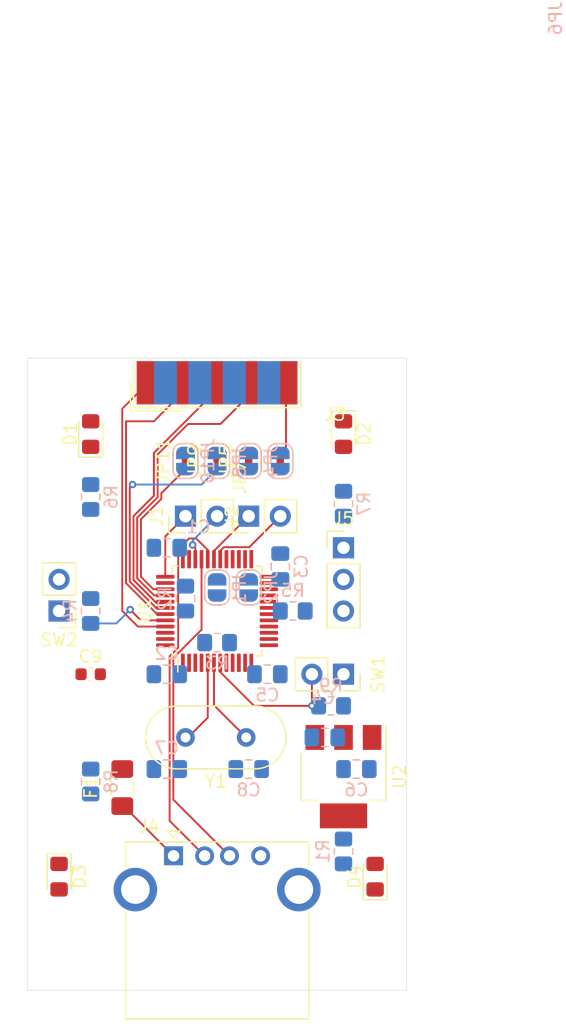
<source format=kicad_pcb>
(kicad_pcb (version 20221018) (generator pcbnew)
  (layers (0 "F.Cu" signal "Front") (1 "In1.Cu" signal) (2 "In2.Cu" signal) (31 "B.Cu" signal "Back") (34 "B.Paste" user) (35 "F.Paste" user) (36 "B.SilkS" user "B.Silkscreen") (37 "F.SilkS" user "F.Silkscreen") (38 "B.Mask" user) (39 "F.Mask" user) (44 "Edge.Cuts" user))
  (net 0 "")
  (net 1 "+3.3V")
  (net 2 "GND")
  (net 3 "+5V")
  (net 4 "/OSC_IN")
  (net 5 "/OSC_OUT")
  (net 6 "/NRST")
  (net 7 "/LED1")
  (net 8 "Net-(D1-A)")
  (net 9 "/LED2")
  (net 10 "Net-(D2-A)")
  (net 11 "/LED3")
  (net 12 "Net-(D3-A)")
  (net 13 "Net-(D4-A)")
  (net 14 "Net-(J4-VBUS)")
  (net 15 "/SWCLK")
  (net 16 "/SWDIO")
  (net 17 "/PA10")
  (net 18 "/PA9")
  (net 19 "/PIN1")
  (net 20 "/PIN2")
  (net 21 "/PIN3")
  (net 22 "/PIN4")
  (net 23 "/PIN5")
  (net 24 "/PIN6")
  (net 25 "/PIN7")
  (net 26 "/PIN8")
  (net 27 "/PIN9")
  (net 28 "/USB_DM")
  (net 29 "/USB_DP")
  (net 30 "/CONF1")
  (net 31 "/CONF2")
  (net 32 "/PIN8_5")
  (net 33 "/PIN7_9")
  (net 34 "/BOOT0")
  (net 35 "/BOOT1")
  (footprint "Jumper:SolderJumper-2_P1.3mm_Bridged_RoundedPad1.0x1.5mm" (layer "F.Cu") (at 144.78 69.23 90)
    (fp_text reference "JP7" (at -1.3 -3.28 90) (layer "F.SilkS"))
    (fp_text value "Jumper 5V MSX Bridged")
    (fp_poly (pts (xy 0.25 -0.3) (xy -0.25 -0.3) (xy -0.25 0.3) (xy 0.25 0.3)) (fill solid) (layer "F.Cu"))
    (pad "1" smd custom (at -0.65 0 90) (size 1 0.5) (layers "F.Cu" "F.Mask") (net 3 "+5V") (options (clearance outline) (anchor rect)) (primitives (gr_circle (center 0 0.25) (end 0.5 0.25) (width 0) (fill yes)) (gr_circle (center 0 -0.25) (end 0.5 -0.25) (width 0) (fill yes)) (gr_poly (pts (xy 0.5 0.75) (xy 0 0.75) (xy 0 -0.75) (xy 0.5 -0.75)) (width 0) (fill yes))))
    (pad "2" smd custom (at 0.65 0 90) (size 1 0.5) (layers "F.Cu" "F.Mask") (net 23 "/PIN5") (options (clearance outline) (anchor rect)) (primitives (gr_circle (center 0 0.25) (end 0.5 0.25) (width 0) (fill yes)) (gr_circle (center 0 -0.25) (end 0.5 -0.25) (width 0) (fill yes)) (gr_poly (pts (xy 0 0.75) (xy -0.5 0.75) (xy -0.5 -0.75) (xy 0 -0.75)) (width 0) (fill yes))))
  )
  (footprint "Connector_Dsub:DSUB-9_Female_EdgeMount_P2.77mm" (layer "F.Cu") (at 139.7 62.9425 180)
    (fp_text reference "J3" (at -9.463333 -2.54) (layer "F.SilkS"))
    (fp_text value "DE9_Plug")
    (pad "1" smd rect (at 5.54 0 180) (size 1.846667 3.48) (layers "F.Cu" "F.Paste" "F.Mask") (net 19 "/PIN1"))
    (pad "2" smd rect (at 2.77 0 180) (size 1.846667 3.48) (layers "F.Cu" "F.Paste" "F.Mask") (net 20 "/PIN2"))
    (pad "3" smd rect (at 0 0 180) (size 1.846667 3.48) (layers "F.Cu" "F.Paste" "F.Mask") (net 21 "/PIN3"))
    (pad "4" smd rect (at -2.77 0 180) (size 1.846667 3.48) (layers "F.Cu" "F.Paste" "F.Mask") (net 22 "/PIN4"))
    (pad "5" smd rect (at -5.54 0 180) (size 1.846667 3.48) (layers "F.Cu" "F.Paste" "F.Mask") (net 23 "/PIN5"))
    (pad "6" smd rect (at 4.155 0 180) (size 1.846667 3.48) (layers "B.Cu" "B.Paste" "B.Mask") (net 24 "/PIN6"))
    (pad "7" smd rect (at 1.385 0 180) (size 1.846667 3.48) (layers "B.Cu" "B.Paste" "B.Mask") (net 25 "/PIN7"))
    (pad "8" smd rect (at -1.385 0 180) (size 1.846667 3.48) (layers "B.Cu" "B.Paste" "B.Mask") (net 26 "/PIN8"))
    (pad "9" smd rect (at -4.155 0 180) (size 1.846667 3.48) (layers "B.Cu" "B.Paste" "B.Mask") (net 27 "/PIN9"))
  )
  (footprint "Connector_PinSocket_2.54mm:PinSocket_1x02_P2.54mm_Vertical" (layer "F.Cu") (at 149.86 86.36 -90)
    (fp_text reference "SW1" (at 0 -2.77 90) (layer "F.SilkS"))
    (fp_text value "SW_Push")
    (pad "1" thru_hole rect (at 0 0 270) (size 1.7 1.7) (drill 1) (layers "*.Cu" "*.Mask") (net 2 "GND"))
    (pad "2" thru_hole oval (at 0 2.54 270) (size 1.7 1.7) (drill 1) (layers "*.Cu" "*.Mask") (net 6 "/NRST"))
  )
  (footprint "Connector_PinHeader_2.54mm:PinHeader_1x02_P2.54mm_Vertical" (layer "F.Cu") (at 127 81.28 180)
    (fp_text reference "SW2" (at 0 -2.33) (layer "F.SilkS"))
    (fp_text value "BOOT0")
    (pad "1" thru_hole rect (at 0 0 180) (size 1.7 1.7) (drill 1) (layers "*.Cu" "*.Mask") (net 34 "/BOOT0"))
    (pad "2" thru_hole oval (at 0 2.54 180) (size 1.7 1.7) (drill 1) (layers "*.Cu" "*.Mask") (net 1 "+3.3V"))
  )
  (footprint "Connector_PinHeader_2.54mm:PinHeader_1x02_P2.54mm_Vertical" (layer "F.Cu") (at 142.24 73.66 90)
    (fp_text reference "J2" (at 0 -1.33 90) (layer "F.SilkS"))
    (fp_text value "USART1")
    (pad "1" thru_hole rect (at 0 0 90) (size 1.7 1.7) (drill 1) (layers "*.Cu" "*.Mask") (net 17 "/PA10"))
    (pad "2" thru_hole oval (at 0 2.54 90) (size 1.7 1.7) (drill 1) (layers "*.Cu" "*.Mask") (net 18 "/PA9"))
  )
  (footprint "Jumper:SolderJumper-2_P1.3mm_Bridged_RoundedPad1.0x1.5mm" (layer "F.Cu") (at 137.16 69.23 90)
    (fp_text reference "JP11" (at 0 -1.8 90) (layer "F.SilkS"))
    (fp_text value "Jumper_2_Bridged" hide)
    (fp_poly (pts (xy 0.25 -0.3) (xy -0.25 -0.3) (xy -0.25 0.3) (xy 0.25 0.3)) (fill solid) (layer "F.Cu"))
    (pad "1" smd custom (at -0.65 0 90) (size 1 0.5) (layers "F.Cu" "F.Mask") (net 33 "/PIN7_9") (options (clearance outline) (anchor rect)) (primitives (gr_circle (center 0 0.25) (end 0.5 0.25) (width 0) (fill yes)) (gr_circle (center 0 -0.25) (end 0.5 -0.25) (width 0) (fill yes)) (gr_poly (pts (xy 0.5 0.75) (xy 0 0.75) (xy 0 -0.75) (xy 0.5 -0.75)) (width 0) (fill yes))))
    (pad "2" smd custom (at 0.65 0 90) (size 1 0.5) (layers "F.Cu" "F.Mask") (net 25 "/PIN7") (options (clearance outline) (anchor rect)) (primitives (gr_circle (center 0 0.25) (end 0.5 0.25) (width 0) (fill yes)) (gr_circle (center 0 -0.25) (end 0.5 -0.25) (width 0) (fill yes)) (gr_poly (pts (xy 0 0.75) (xy -0.5 0.75) (xy -0.5 -0.75) (xy 0 -0.75)) (width 0) (fill yes))))
  )
  (footprint "Package_TO_SOT_SMD:SOT-223-3_TabPin2" (layer "F.Cu") (at 149.86 94.59 -90)
    (fp_text reference "U2" (at 0 -4.5 -270) (layer "F.SilkS"))
    (fp_text value "LM1117MP-3.3")
    (pad "1" smd rect (at -3.15 -2.3 270) (size 2 1.5) (layers "F.Cu" "F.Paste" "F.Mask") (net 2 "GND"))
    (pad "2" smd rect (at -3.15 0 270) (size 2 1.5) (layers "F.Cu" "F.Paste" "F.Mask") (net 1 "+3.3V"))
    (pad "2" smd rect (at 3.15 0 270) (size 2 3.8) (layers "F.Cu" "F.Paste" "F.Mask") (net 1 "+3.3V"))
    (pad "3" smd rect (at -3.15 2.3 270) (size 2 1.5) (layers "F.Cu" "F.Paste" "F.Mask") (net 3 "+5V"))
  )
  (footprint "Connector_PinHeader_2.54mm:PinHeader_1x02_P2.54mm_Vertical" (layer "F.Cu") (at 137.16 73.66 90)
    (fp_text reference "J1" (at 0 -2.33 90) (layer "F.SilkS"))
    (fp_text value "SW")
    (pad "1" thru_hole rect (at 0 0 90) (size 1.7 1.7) (drill 1) (layers "*.Cu" "*.Mask") (net 15 "/SWCLK"))
    (pad "2" thru_hole oval (at 0 2.54 90) (size 1.7 1.7) (drill 1) (layers "*.Cu" "*.Mask") (net 16 "/SWDIO"))
  )
  (footprint "Jumper:SolderJumper-2_P1.3mm_Bridged_RoundedPad1.0x1.5mm" (layer "F.Cu") (at 139.7 69.23 90)
    (fp_text reference "JP9" (at 0 -1.8 90) (layer "F.SilkS"))
    (fp_text value "Jumper_2_Bridged")
    (fp_poly (pts (xy 0.25 -0.3) (xy -0.25 -0.3) (xy -0.25 0.3) (xy 0.25 0.3)) (fill solid) (layer "F.Cu"))
    (pad "1" smd custom (at -0.65 0 90) (size 1 0.5) (layers "F.Cu" "F.Mask") (net 32 "/PIN8_5") (options (clearance outline) (anchor rect)) (primitives (gr_circle (center 0 0.25) (end 0.5 0.25) (width 0) (fill yes)) (gr_circle (center 0 -0.25) (end 0.5 -0.25) (width 0) (fill yes)) (gr_poly (pts (xy 0.5 0.75) (xy 0 0.75) (xy 0 -0.75) (xy 0.5 -0.75)) (width 0) (fill yes))))
    (pad "2" smd custom (at 0.65 0 90) (size 1 0.5) (layers "F.Cu" "F.Mask") (net 26 "/PIN8") (options (clearance outline) (anchor rect)) (primitives (gr_circle (center 0 0.25) (end 0.5 0.25) (width 0) (fill yes)) (gr_circle (center 0 -0.25) (end 0.5 -0.25) (width 0) (fill yes)) (gr_poly (pts (xy 0 0.75) (xy -0.5 0.75) (xy -0.5 -0.75) (xy 0 -0.75)) (width 0) (fill yes))))
  )
  (footprint "Fuse:Fuse_1206_3216Metric_Pad1.42x1.75mm_HandSolder" (layer "F.Cu") (at 132.08 95.4675 90)
    (fp_text reference "F1" (at 0 -2.54 90) (layer "F.SilkS"))
    (fp_text value "Fuse")
    (pad "1" smd roundrect (at -1.4875 0 90) (size 1.425 1.75) (layers "F.Cu" "F.Paste" "F.Mask") (roundrect_rratio 0.175439) (net 14 "Net-(J4-VBUS)"))
    (pad "2" smd roundrect (at 1.4875 0 90) (size 1.425 1.75) (layers "F.Cu" "F.Paste" "F.Mask") (roundrect_rratio 0.175439) (net 3 "+5V"))
  )
  (footprint "LED_SMD:LED_0805_2012Metric_Pad1.15x1.40mm_HandSolder" (layer "F.Cu") (at 152.4 102.625 90)
    (fp_text reference "D4" (at 0 -1.65 90) (layer "F.SilkS"))
    (fp_text value "LED")
    (pad "1" smd roundrect (at -1.025 0 90) (size 1.15 1.4) (layers "F.Cu" "F.Paste" "F.Mask") (roundrect_rratio 0.217391) (net 2 "GND"))
    (pad "2" smd roundrect (at 1.025 0 90) (size 1.15 1.4) (layers "F.Cu" "F.Paste" "F.Mask") (roundrect_rratio 0.217391) (net 13 "Net-(D4-A)"))
  )
  (footprint "LED_SMD:LED_0805_2012Metric_Pad1.15x1.40mm_HandSolder" (layer "F.Cu") (at 149.86 67.065 -90)
    (fp_text reference "D2" (at 0 -1.65 90) (layer "F.SilkS"))
    (fp_text value "LED")
    (pad "1" smd roundrect (at -1.025 0 270) (size 1.15 1.4) (layers "F.Cu" "F.Paste" "F.Mask") (roundrect_rratio 0.217391) (net 9 "/LED2"))
    (pad "2" smd roundrect (at 1.025 0 270) (size 1.15 1.4) (layers "F.Cu" "F.Paste" "F.Mask") (roundrect_rratio 0.217391) (net 10 "Net-(D2-A)"))
  )
  (footprint "CH32V203:CH32V203C8T6_LQFP-48_7x7mm_P0.5mm" (layer "F.Cu") (at 139.7 81.28 90)
    (fp_text reference "U1" (at 0 -5.85 90) (layer "F.SilkS"))
    (fp_text value "CH32V203C8T6-CH32V103C")
    (pad "1" smd roundrect (at -4.1625 -2.75 90) (size 1.475 0.3) (layers "F.Cu" "F.Paste" "F.Mask") (net 1 "+3.3V"))
    (pad "2" smd roundrect (at -4.1625 -2.25 90) (size 1.475 0.3) (layers "F.Cu" "F.Paste" "F.Mask"))
    (pad "3" smd roundrect (at -4.1625 -1.75 90) (size 1.475 0.3) (layers "F.Cu" "F.Paste" "F.Mask"))
    (pad "4" smd roundrect (at -4.1625 -1.25 90) (size 1.475 0.3) (layers "F.Cu" "F.Paste" "F.Mask"))
    (pad "5" smd roundrect (at -4.1625 -0.75 90) (size 1.475 0.3) (layers "F.Cu" "F.Paste" "F.Mask") (net 4 "/OSC_IN"))
    (pad "6" smd roundrect (at -4.1625 -0.25 90) (size 1.475 0.3) (layers "F.Cu" "F.Paste" "F.Mask") (net 5 "/OSC_OUT"))
    (pad "7" smd roundrect (at -4.1625 0.25 90) (size 1.475 0.3) (layers "F.Cu" "F.Paste" "F.Mask") (net 6 "/NRST"))
    (pad "8" smd roundrect (at -4.1625 0.75 90) (size 1.475 0.3) (layers "F.Cu" "F.Paste" "F.Mask") (net 2 "GND"))
    (pad "9" smd roundrect (at -4.1625 1.25 90) (size 1.475 0.3) (layers "F.Cu" "F.Paste" "F.Mask") (net 1 "+3.3V"))
    (pad "10" smd roundrect (at -4.1625 1.75 90) (size 1.475 0.3) (layers "F.Cu" "F.Paste" "F.Mask"))
    (pad "11" smd roundrect (at -4.1625 2.25 90) (size 1.475 0.3) (layers "F.Cu" "F.Paste" "F.Mask"))
    (pad "12" smd roundrect (at -4.1625 2.75 90) (size 1.475 0.3) (layers "F.Cu" "F.Paste" "F.Mask"))
    (pad "13" smd roundrect (at -2.75 4.1625 90) (size 0.3 1.475) (layers "F.Cu" "F.Paste" "F.Mask"))
    (pad "14" smd roundrect (at -2.25 4.1625 90) (size 0.3 1.475) (layers "F.Cu" "F.Paste" "F.Mask"))
    (pad "15" smd roundrect (at -1.75 4.1625 90) (size 0.3 1.475) (layers "F.Cu" "F.Paste" "F.Mask"))
    (pad "16" smd roundrect (at -1.25 4.1625 90) (size 0.3 1.475) (layers "F.Cu" "F.Paste" "F.Mask"))
    (pad "17" smd roundrect (at -0.75 4.1625 90) (size 0.3 1.475) (layers "F.Cu" "F.Paste" "F.Mask"))
    (pad "18" smd roundrect (at -0.25 4.1625 90) (size 0.3 1.475) (layers "F.Cu" "F.Paste" "F.Mask"))
    (pad "19" smd roundrect (at 0.25 4.1625 90) (size 0.3 1.475) (layers "F.Cu" "F.Paste" "F.Mask"))
    (pad "20" smd roundrect (at 0.75 4.1625 90) (size 0.3 1.475) (layers "F.Cu" "F.Paste" "F.Mask") (net 35 "/BOOT1"))
    (pad "21" smd roundrect (at 1.25 4.1625 90) (size 0.3 1.475) (layers "F.Cu" "F.Paste" "F.Mask"))
    (pad "22" smd roundrect (at 1.75 4.1625 90) (size 0.3 1.475) (layers "F.Cu" "F.Paste" "F.Mask"))
    (pad "23" smd roundrect (at 2.25 4.1625 90) (size 0.3 1.475) (layers "F.Cu" "F.Paste" "F.Mask") (net 2 "GND"))
    (pad "24" smd roundrect (at 2.75 4.1625 90) (size 0.3 1.475) (layers "F.Cu" "F.Paste" "F.Mask") (net 1 "+3.3V"))
    (pad "25" smd roundrect (at 4.1625 2.75 90) (size 1.475 0.3) (layers "F.Cu" "F.Paste" "F.Mask") (net 9 "/LED2"))
    (pad "26" smd roundrect (at 4.1625 2.25 90) (size 1.475 0.3) (layers "F.Cu" "F.Paste" "F.Mask") (net 7 "/LED1"))
    (pad "27" smd roundrect (at 4.1625 1.75 90) (size 1.475 0.3) (layers "F.Cu" "F.Paste" "F.Mask") (net 11 "/LED3"))
    (pad "28" smd roundrect (at 4.1625 1.25 90) (size 1.475 0.3) (layers "F.Cu" "F.Paste" "F.Mask") (net 30 "/CONF1"))
    (pad "29" smd roundrect (at 4.1625 0.75 90) (size 1.475 0.3) (layers "F.Cu" "F.Paste" "F.Mask") (net 31 "/CONF2"))
    (pad "30" smd roundrect (at 4.1625 0.25 90) (size 1.475 0.3) (layers "F.Cu" "F.Paste" "F.Mask") (net 18 "/PA9"))
    (pad "31" smd roundrect (at 4.1625 -0.25 90) (size 1.475 0.3) (layers "F.Cu" "F.Paste" "F.Mask") (net 17 "/PA10"))
    (pad "32" smd roundrect (at 4.1625 -0.75 90) (size 1.475 0.3) (layers "F.Cu" "F.Paste" "F.Mask") (net 28 "/USB_DM"))
    (pad "33" smd roundrect (at 4.1625 -1.25 90) (size 1.475 0.3) (layers "F.Cu" "F.Paste" "F.Mask") (net 29 "/USB_DP"))
    (pad "34" smd roundrect (at 4.1625 -1.75 90) (size 1.475 0.3) (layers "F.Cu" "F.Paste" "F.Mask") (net 16 "/SWDIO"))
    (pad "35" smd roundrect (at 4.1625 -2.25 90) (size 1.475 0.3) (layers "F.Cu" "F.Paste" "F.Mask") (net 2 "GND"))
    (pad "36" smd roundrect (at 4.1625 -2.75 90) (size 1.475 0.3) (layers "F.Cu" "F.Paste" "F.Mask") (net 1 "+3.3V"))
    (pad "37" smd roundrect (at 2.75 -4.1625 90) (size 0.3 1.475) (layers "F.Cu" "F.Paste" "F.Mask") (net 15 "/SWCLK"))
    (pad "38" smd roundrect (at 2.25 -4.1625 90) (size 0.3 1.475) (layers "F.Cu" "F.Paste" "F.Mask") (net 24 "/PIN6"))
    (pad "39" smd roundrect (at 1.75 -4.1625 90) (size 0.3 1.475) (layers "F.Cu" "F.Paste" "F.Mask") (net 33 "/PIN7_9"))
    (pad "40" smd roundrect (at 1.25 -4.1625 90) (size 0.3 1.475) (layers "F.Cu" "F.Paste" "F.Mask") (net 22 "/PIN4"))
    (pad "41" smd roundrect (at 0.75 -4.1625 90) (size 0.3 1.475) (layers "F.Cu" "F.Paste" "F.Mask") (net 21 "/PIN3"))
    (pad "42" smd roundrect (at 0.25 -4.1625 90) (size 0.3 1.475) (layers "F.Cu" "F.Paste" "F.Mask") (net 32 "/PIN8_5"))
    (pad "43" smd roundrect (at -0.25 -4.1625 90) (size 0.3 1.475) (layers "F.Cu" "F.Paste" "F.Mask") (net 20 "/PIN2"))
    (pad "44" smd roundrect (at -0.75 -4.1625 90) (size 0.3 1.475) (layers "F.Cu" "F.Paste" "F.Mask") (net 34 "/BOOT0"))
    (pad "45" smd roundrect (at -1.25 -4.1625 90) (size 0.3 1.475) (layers "F.Cu" "F.Paste" "F.Mask") (net 19 "/PIN1"))
    (pad "46" smd roundrect (at -1.75 -4.1625 90) (size 0.3 1.475) (layers "F.Cu" "F.Paste" "F.Mask"))
    (pad "47" smd roundrect (at -2.25 -4.1625 90) (size 0.3 1.475) (layers "F.Cu" "F.Paste" "F.Mask") (net 2 "GND"))
    (pad "48" smd roundrect (at -2.75 -4.1625 90) (size 0.3 1.475) (layers "F.Cu" "F.Paste" "F.Mask") (net 1 "+3.3V"))
  )
  (footprint "LED_SMD:LED_0805_2012Metric_Pad1.15x1.40mm_HandSolder" (layer "F.Cu") (at 127 102.625 -90)
    (fp_text reference "D3" (at 0 -1.65 90) (layer "F.SilkS"))
    (fp_text value "LED")
    (pad "1" smd roundrect (at -1.025 0 270) (size 1.15 1.4) (layers "F.Cu" "F.Paste" "F.Mask") (roundrect_rratio 0.217391) (net 11 "/LED3"))
    (pad "2" smd roundrect (at 1.025 0 270) (size 1.15 1.4) (layers "F.Cu" "F.Paste" "F.Mask") (roundrect_rratio 0.217391) (net 12 "Net-(D3-A)"))
  )
  (footprint "Connector_PinHeader_2.54mm:PinHeader_1x03_P2.54mm_Vertical" (layer "F.Cu") (at 149.86 76.2)
    (fp_text reference "J5" (at 0 -2.33) (layer "F.SilkS"))
    (fp_text value "Conn_01x03")
    (pad "1" thru_hole rect (at 0 0) (size 1.7 1.7) (drill 1) (layers "*.Cu" "*.Mask") (net 3 "+5V"))
    (pad "2" thru_hole oval (at 0 2.54) (size 1.7 1.7) (drill 1) (layers "*.Cu" "*.Mask") (net 1 "+3.3V"))
    (pad "3" thru_hole oval (at 0 5.08) (size 1.7 1.7) (drill 1) (layers "*.Cu" "*.Mask") (net 2 "GND"))
  )
  (footprint "Crystal:Crystal_HC49-U_Vertical" (layer "F.Cu") (at 142.04 91.44 180)
    (fp_text reference "Y1" (at 2.44 -3.525) (layer "F.SilkS"))
    (fp_text value "Crystal")
    (pad "1" thru_hole circle (at 0 0 180) (size 1.5 1.5) (drill 0.8) (layers "*.Cu" "*.Mask") (net 5 "/OSC_OUT"))
    (pad "2" thru_hole circle (at 4.88 0 180) (size 1.5 1.5) (drill 0.8) (layers "*.Cu" "*.Mask") (net 4 "/OSC_IN"))
  )
  (footprint "Capacitor_SMD:C_0603_1608Metric" (layer "F.Cu") (at 129.54 86.36)
    (fp_text reference "C9" (at 0 -1.43) (layer "F.SilkS"))
    (fp_text value "0.1μF")
    (pad "1" smd roundrect (at -0.775 0) (size 0.9 0.95) (layers "F.Cu" "F.Paste" "F.Mask") (net 6 "/NRST"))
    (pad "2" smd roundrect (at 0.775 0) (size 0.9 0.95) (layers "F.Cu" "F.Paste" "F.Mask") (net 2 "GND"))
  )
  (footprint "LED_SMD:LED_0805_2012Metric_Pad1.15x1.40mm_HandSolder" (layer "F.Cu") (at 129.54 67.065 90)
    (fp_text reference "D1" (at 0 -1.65 90) (layer "F.SilkS"))
    (fp_text value "LED")
    (pad "1" smd roundrect (at -1.025 0 90) (size 1.15 1.4) (layers "F.Cu" "F.Paste" "F.Mask") (roundrect_rratio 0.217391) (net 7 "/LED1"))
    (pad "2" smd roundrect (at 1.025 0 90) (size 1.15 1.4) (layers "F.Cu" "F.Paste" "F.Mask") (roundrect_rratio 0.217391) (net 8 "Net-(D1-A)"))
  )
  (footprint "Jumper:SolderJumper-2_P1.3mm_Bridged_RoundedPad1.0x1.5mm" (layer "F.Cu") (at 142.24 69.23 90)
    (fp_text reference "JP5" (at 0 -1.8 90) (layer "F.SilkS"))
    (fp_text value "Jumper GND MSX Bridged" hide)
    (fp_poly (pts (xy 0.25 -0.3) (xy -0.25 -0.3) (xy -0.25 0.3) (xy 0.25 0.3)) (fill solid) (layer "F.Cu"))
    (pad "1" smd custom (at -0.65 0 90) (size 1 0.5) (layers "F.Cu" "F.Mask") (net 2 "GND") (options (clearance outline) (anchor rect)) (primitives (gr_circle (center 0 0.25) (end 0.5 0.25) (width 0) (fill yes)) (gr_circle (center 0 -0.25) (end 0.5 -0.25) (width 0) (fill yes)) (gr_poly (pts (xy 0.5 0.75) (xy 0 0.75) (xy 0 -0.75) (xy 0.5 -0.75)) (width 0) (fill yes))))
    (pad "2" smd custom (at 0.65 0 90) (size 1 0.5) (layers "F.Cu" "F.Mask") (net 27 "/PIN9") (options (clearance outline) (anchor rect)) (primitives (gr_circle (center 0 0.25) (end 0.5 0.25) (width 0) (fill yes)) (gr_circle (center 0 -0.25) (end 0.5 -0.25) (width 0) (fill yes)) (gr_poly (pts (xy 0 0.75) (xy -0.5 0.75) (xy -0.5 -0.75) (xy 0 -0.75)) (width 0) (fill yes))))
  )
  (footprint "Connector_USB:USB_A_CONNFLY_DS1095-WNR0" (layer "F.Cu") (at 136.2 100.9525)
    (fp_text reference "J4" (at -1.95 -2.35) (layer "F.SilkS"))
    (fp_text value "USB_1")
    (pad "1" thru_hole rect (at 0 0) (size 1.524 1.524) (drill 0.92) (layers "*.Cu" "*.Mask") (net 14 "Net-(J4-VBUS)"))
    (pad "2" thru_hole circle (at 2.5 0) (size 1.524 1.524) (drill 0.92) (layers "*.Cu" "*.Mask") (net 28 "/USB_DM"))
    (pad "3" thru_hole circle (at 4.5 0) (size 1.524 1.524) (drill 0.92) (layers "*.Cu" "*.Mask") (net 29 "/USB_DP"))
    (pad "4" thru_hole circle (at 7 0) (size 1.524 1.524) (drill 0.92) (layers "*.Cu" "*.Mask") (net 2 "GND"))
    (pad "5" thru_hole circle (at -3.07 2.71) (size 3.5 3.5) (drill 2.3) (layers "*.Cu" "*.Mask") (net 2 "GND"))
    (pad "5" thru_hole circle (at 10.07 2.71) (size 3.5 3.5) (drill 2.3) (layers "*.Cu" "*.Mask") (net 2 "GND"))
  )
  (footprint "Resistor_SMD:R_0805_2012Metric_Pad1.20x1.40mm_HandSolder" (layer "B.Cu") (at 148.86 88.9 180)
    (fp_text reference "R9" (at 0 1.65) (layer "B.SilkS") (effects (justify mirror)))
    (fp_text value "R")
    (pad "1" smd roundrect (at -1 0 180) (size 1.2 1.4) (layers "B.Cu" "B.Paste" "B.Mask") (roundrect_rratio 0.208333) (net 1 "+3.3V"))
    (pad "2" smd roundrect (at 1 0 180) (size 1.2 1.4) (layers "B.Cu" "B.Paste" "B.Mask") (roundrect_rratio 0.208333) (net 6 "/NRST"))
  )
  (footprint "Resistor_SMD:R_0805_2012Metric_Pad1.20x1.40mm_HandSolder" (layer "B.Cu") (at 139.7 83.82)
    (fp_text reference "R3" (at 0 1.65) (layer "B.SilkS") (effects (justify mirror)))
    (fp_text value "R")
    (pad "1" smd roundrect (at -1 0) (size 1.2 1.4) (layers "B.Cu" "B.Paste" "B.Mask") (roundrect_rratio 0.208333) (net 2 "GND"))
    (pad "2" smd roundrect (at 1 0) (size 1.2 1.4) (layers "B.Cu" "B.Paste" "B.Mask") (roundrect_rratio 0.208333) (net 31 "/CONF2"))
  )
  (footprint "Capacitor_SMD:C_0805_2012Metric_Pad1.18x1.45mm_HandSolder" (layer "B.Cu") (at 144.78 77.7025 90)
    (fp_text reference "C3" (at 0 1.68 90) (layer "B.SilkS") (effects (justify mirror)))
    (fp_text value "C")
    (pad "1" smd roundrect (at -1.0375 0 90) (size 1.175 1.45) (layers "B.Cu" "B.Paste" "B.Mask") (roundrect_rratio 0.212766) (net 1 "+3.3V"))
    (pad "2" smd roundrect (at 1.0375 0 90) (size 1.175 1.45) (layers "B.Cu" "B.Paste" "B.Mask") (roundrect_rratio 0.212766) (net 2 "GND"))
  )
  (footprint "Jumper:SolderJumper-2_P1.3mm_Open_RoundedPad1.0x1.5mm" (layer "B.Cu") (at 142.24 79.39 90)
    (fp_text reference "JP2" (at 0 1.8 90) (layer "B.SilkS") (effects (justify mirror)))
    (fp_text value "Jumper_2_Open")
    (pad "1" smd custom (at -0.65 0 90) (size 1 0.5) (layers "B.Cu" "B.Mask") (net 1 "+3.3V") (options (clearance outline) (anchor rect)) (primitives (gr_circle (center 0 -0.25) (end 0.5 -0.25) (width 0) (fill yes)) (gr_circle (center 0 0.25) (end 0.5 0.25) (width 0) (fill yes)) (gr_poly (pts (xy 0.5 -0.75) (xy 0 -0.75) (xy 0 0.75) (xy 0.5 0.75)) (width 0) (fill yes))))
    (pad "2" smd custom (at 0.65 0 90) (size 1 0.5) (layers "B.Cu" "B.Mask") (net 31 "/CONF2") (options (clearance outline) (anchor rect)) (primitives (gr_circle (center 0 -0.25) (end 0.5 -0.25) (width 0) (fill yes)) (gr_circle (center 0 0.25) (end 0.5 0.25) (width 0) (fill yes)) (gr_poly (pts (xy 0 -0.75) (xy -0.5 -0.75) (xy -0.5 0.75) (xy 0 0.75)) (width 0) (fill yes))))
  )
  (footprint "Capacitor_SMD:C_0805_2012Metric_Pad1.18x1.45mm_HandSolder" (layer "B.Cu") (at 142.24 93.98)
    (fp_text reference "C8" (at 0 1.68 -360) (layer "B.SilkS") (effects (justify mirror)))
    (fp_text value "22p")
    (pad "1" smd roundrect (at -1.0375 0) (size 1.175 1.45) (layers "B.Cu" "B.Paste" "B.Mask") (roundrect_rratio 0.212766) (net 5 "/OSC_OUT"))
    (pad "2" smd roundrect (at 1.0375 0) (size 1.175 1.45) (layers "B.Cu" "B.Paste" "B.Mask") (roundrect_rratio 0.212766) (net 2 "GND"))
  )
  (footprint "Jumper:SolderJumper-2_P1.3mm_Open_RoundedPad1.0x1.5mm" (layer "B.Cu") (at 139.7 69.23 90)
    (fp_text reference "JP8" (at 0 1.8 90) (layer "B.SilkS") (effects (justify mirror)))
    (fp_text value "Jumper_2_Open")
    (pad "1" smd custom (at -0.65 0 90) (size 1 0.5) (layers "B.Cu" "B.Mask") (net 32 "/PIN8_5") (options (clearance outline) (anchor rect)) (primitives (gr_circle (center 0 -0.25) (end 0.5 -0.25) (width 0) (fill yes)) (gr_circle (center 0 0.25) (end 0.5 0.25) (width 0) (fill yes)) (gr_poly (pts (xy 0.5 -0.75) (xy 0 -0.75) (xy 0 0.75) (xy 0.5 0.75)) (width 0) (fill yes))))
    (pad "2" smd custom (at 0.65 0 90) (size 1 0.5) (layers "B.Cu" "B.Mask") (net 23 "/PIN5") (options (clearance outline) (anchor rect)) (primitives (gr_circle (center 0 -0.25) (end 0.5 -0.25) (width 0) (fill yes)) (gr_circle (center 0 0.25) (end 0.5 0.25) (width 0) (fill yes)) (gr_poly (pts (xy 0 -0.75) (xy -0.5 -0.75) (xy -0.5 0.75) (xy 0 0.75)) (width 0) (fill yes))))
  )
  (footprint "Jumper:SolderJumper-2_P1.3mm_Open_RoundedPad1.0x1.5mm" (layer "B.Cu") (at 137.16 69.23 90)
    (fp_text reference "JP10" (at 0 1.8 -270) (layer "B.SilkS") (effects (justify mirror)))
    (fp_text value "Jumper_2_Open")
    (pad "1" smd custom (at -0.65 0 90) (size 1 0.5) (layers "B.Cu" "B.Mask") (net 33 "/PIN7_9") (options (clearance outline) (anchor rect)) (primitives (gr_circle (center 0 -0.25) (end 0.5 -0.25) (width 0) (fill yes)) (gr_circle (center 0 0.25) (end 0.5 0.25) (width 0) (fill yes)) (gr_poly (pts (xy 0.5 -0.75) (xy 0 -0.75) (xy 0 0.75) (xy 0.5 0.75)) (width 0) (fill yes))))
    (pad "2" smd custom (at 0.65 0 90) (size 1 0.5) (layers "B.Cu" "B.Mask") (net 27 "/PIN9") (options (clearance outline) (anchor rect)) (primitives (gr_circle (center 0 -0.25) (end 0.5 -0.25) (width 0) (fill yes)) (gr_circle (center 0 0.25) (end 0.5 0.25) (width 0) (fill yes)) (gr_poly (pts (xy 0 -0.75) (xy -0.5 -0.75) (xy -0.5 0.75) (xy 0 0.75)) (width 0) (fill yes))))
  )
  (footprint "Resistor_SMD:R_0805_2012Metric_Pad1.20x1.40mm_HandSolder" (layer "B.Cu") (at 149.86 72.66 90)
    (fp_text reference "R7" (at 0 1.65 90) (layer "B.SilkS") (effects (justify mirror)))
    (fp_text value "R")
    (pad "1" smd roundrect (at -1 0 90) (size 1.2 1.4) (layers "B.Cu" "B.Paste" "B.Mask") (roundrect_rratio 0.208333) (net 1 "+3.3V"))
    (pad "2" smd roundrect (at 1 0 90) (size 1.2 1.4) (layers "B.Cu" "B.Paste" "B.Mask") (roundrect_rratio 0.208333) (net 10 "Net-(D2-A)"))
  )
  (footprint "Resistor_SMD:R_0805_2012Metric_Pad1.20x1.40mm_HandSolder" (layer "B.Cu") (at 129.54 81.28 -90)
    (fp_text reference "R4" (at 0 1.65 -270) (layer "B.SilkS") (effects (justify mirror)))
    (fp_text value "R")
    (pad "1" smd roundrect (at -1 0 270) (size 1.2 1.4) (layers "B.Cu" "B.Paste" "B.Mask") (roundrect_rratio 0.208333) (net 2 "GND"))
    (pad "2" smd roundrect (at 1 0 270) (size 1.2 1.4) (layers "B.Cu" "B.Paste" "B.Mask") (roundrect_rratio 0.208333) (net 34 "/BOOT0"))
  )
  (footprint "Capacitor_SMD:C_0805_2012Metric_Pad1.18x1.45mm_HandSolder" (layer "B.Cu") (at 150.8975 93.98)
    (fp_text reference "C6" (at 0 1.68) (layer "B.SilkS") (effects (justify mirror)))
    (fp_text value "C" hide)
    (pad "1" smd roundrect (at -1.0375 0) (size 1.175 1.45) (layers "B.Cu" "B.Paste" "B.Mask") (roundrect_rratio 0.212766) (net 1 "+3.3V"))
    (pad "2" smd roundrect (at 1.0375 0) (size 1.175 1.45) (layers "B.Cu" "B.Paste" "B.Mask") (roundrect_rratio 0.212766) (net 2 "GND"))
  )
  (footprint "Capacitor_SMD:C_0805_2012Metric_Pad1.18x1.45mm_HandSolder" (layer "B.Cu") (at 148.3575 91.44 180)
    (fp_text reference "C4" (at 0.15 3.19) (layer "B.SilkS") (effects (justify mirror)))
    (fp_text value "C")
    (pad "1" smd roundrect (at -1.0375 0 180) (size 1.175 1.45) (layers "B.Cu" "B.Paste" "B.Mask") (roundrect_rratio 0.212766) (net 3 "+5V"))
    (pad "2" smd roundrect (at 1.0375 0 180) (size 1.175 1.45) (layers "B.Cu" "B.Paste" "B.Mask") (roundrect_rratio 0.212766) (net 2 "GND"))
  )
  (footprint "Resistor_SMD:R_0805_2012Metric_Pad1.20x1.40mm_HandSolder" (layer "B.Cu") (at 129.54 94.98 90)
    (fp_text reference "R8" (at 0 1.65 90) (layer "B.SilkS") (effects (justify mirror)))
    (fp_text value "R")
    (pad "1" smd roundrect (at -1 0 90) (size 1.2 1.4) (layers "B.Cu" "B.Paste" "B.Mask") (roundrect_rratio 0.208333) (net 1 "+3.3V"))
    (pad "2" smd roundrect (at 1 0 90) (size 1.2 1.4) (layers "B.Cu" "B.Paste" "B.Mask") (roundrect_rratio 0.208333) (net 12 "Net-(D3-A)"))
  )
  (footprint "Resistor_SMD:R_0805_2012Metric_Pad1.20x1.40mm_HandSolder" (layer "B.Cu") (at 145.78 81.28 180)
    (fp_text reference "R5" (at 0 1.65) (layer "B.SilkS") (effects (justify mirror)))
    (fp_text value "R")
    (pad "1" smd roundrect (at -1 0 180) (size 1.2 1.4) (layers "B.Cu" "B.Paste" "B.Mask") (roundrect_rratio 0.208333) (net 35 "/BOOT1"))
    (pad "2" smd roundrect (at 1 0 180) (size 1.2 1.4) (layers "B.Cu" "B.Paste" "B.Mask") (roundrect_rratio 0.208333) (net 2 "GND"))
  )
  (footprint "Capacitor_SMD:C_0805_2012Metric_Pad1.18x1.45mm_HandSolder" (layer "B.Cu") (at 135.6575 93.98 180)
    (fp_text reference "C7" (at 0 1.68) (layer "B.SilkS") (effects (justify mirror)))
    (fp_text value "22p")
    (pad "1" smd roundrect (at -1.0375 0 180) (size 1.175 1.45) (layers "B.Cu" "B.Paste" "B.Mask") (roundrect_rratio 0.212766) (net 4 "/OSC_IN"))
    (pad "2" smd roundrect (at 1.0375 0 180) (size 1.175 1.45) (layers "B.Cu" "B.Paste" "B.Mask") (roundrect_rratio 0.212766) (net 2 "GND"))
  )
  (footprint "Jumper:SolderJumper-2_P1.3mm_Open_RoundedPad1.0x1.5mm" (layer "B.Cu") (at 144.78 69.23 90)
    (fp_text reference "JP6" (at 35.56 22.12 -270) (layer "B.SilkS") (effects (justify mirror)))
    (fp_text value "Jumper 5V Amiga Open")
    (pad "1" smd custom (at -0.65 0 90) (size 1 0.5) (layers "B.Cu" "B.Mask") (net 3 "+5V") (options (clearance outline) (anchor rect)) (primitives (gr_circle (center 0 -0.25) (end 0.5 -0.25) (width 0) (fill yes)) (gr_circle (center 0 0.25) (end 0.5 0.25) (width 0) (fill yes)) (gr_poly (pts (xy 0.5 -0.75) (xy 0 -0.75) (xy 0 0.75) (xy 0.5 0.75)) (width 0) (fill yes))))
    (pad "2" smd custom (at 0.65 0 90) (size 1 0.5) (layers "B.Cu" "B.Mask") (net 25 "/PIN7") (options (clearance outline) (anchor rect)) (primitives (gr_circle (center 0 -0.25) (end 0.5 -0.25) (width 0) (fill yes)) (gr_circle (center 0 0.25) (end 0.5 0.25) (width 0) (fill yes)) (gr_poly (pts (xy 0 -0.75) (xy -0.5 -0.75) (xy -0.5 0.75) (xy 0 0.75)) (width 0) (fill yes))))
  )
  (footprint "Capacitor_SMD:C_0805_2012Metric_Pad1.18x1.45mm_HandSolder" (layer "B.Cu") (at 135.6575 86.36 180)
    (fp_text reference "C2" (at 0 1.68) (layer "B.SilkS") (effects (justify mirror)))
    (fp_text value "C")
    (pad "1" smd roundrect (at -1.0375 0 180) (size 1.175 1.45) (layers "B.Cu" "B.Paste" "B.Mask") (roundrect_rratio 0.212766) (net 1 "+3.3V"))
    (pad "2" smd roundrect (at 1.0375 0 180) (size 1.175 1.45) (layers "B.Cu" "B.Paste" "B.Mask") (roundrect_rratio 0.212766) (net 2 "GND"))
  )
  (footprint "Jumper:SolderJumper-2_P1.3mm_Open_RoundedPad1.0x1.5mm" (layer "B.Cu") (at 139.7 79.39 90)
    (fp_text reference "JP1" (at 0 1.8 90) (layer "B.SilkS") (effects (justify mirror)))
    (fp_text value "Jumper_2_Open")
    (pad "1" smd custom (at -0.65 0 90) (size 1 0.5) (layers "B.Cu" "B.Mask") (net 1 "+3.3V") (options (clearance outline) (anchor rect)) (primitives (gr_circle (center 0 -0.25) (end 0.5 -0.25) (width 0) (fill yes)) (gr_circle (center 0 0.25) (end 0.5 0.25) (width 0) (fill yes)) (gr_poly (pts (xy 0.5 -0.75) (xy 0 -0.75) (xy 0 0.75) (xy 0.5 0.75)) (width 0) (fill yes))))
    (pad "2" smd custom (at 0.65 0 90) (size 1 0.5) (layers "B.Cu" "B.Mask") (net 30 "/CONF1") (options (clearance outline) (anchor rect)) (primitives (gr_circle (center 0 -0.25) (end 0.5 -0.25) (width 0) (fill yes)) (gr_circle (center 0 0.25) (end 0.5 0.25) (width 0) (fill yes)) (gr_poly (pts (xy 0 -0.75) (xy -0.5 -0.75) (xy -0.5 0.75) (xy 0 0.75)) (width 0) (fill yes))))
  )
  (footprint "Resistor_SMD:R_0805_2012Metric_Pad1.20x1.40mm_HandSolder" (layer "B.Cu") (at 149.86 100.6 -90)
    (fp_text reference "R1" (at 0 1.65 90) (layer "B.SilkS") (effects (justify mirror)))
    (fp_text value "R")
    (pad "1" smd roundrect (at -1 0 270) (size 1.2 1.4) (layers "B.Cu" "B.Paste" "B.Mask") (roundrect_rratio 0.208333) (net 1 "+3.3V"))
    (pad "2" smd roundrect (at 1 0 270) (size 1.2 1.4) (layers "B.Cu" "B.Paste" "B.Mask") (roundrect_rratio 0.208333) (net 13 "Net-(D4-A)"))
  )
  (footprint "Resistor_SMD:R_0805_2012Metric_Pad1.20x1.40mm_HandSolder" (layer "B.Cu") (at 137.16 80.28 -90)
    (fp_text reference "R2" (at 0 1.65 90) (layer "B.SilkS") (effects (justify mirror)))
    (fp_text value "R")
    (pad "1" smd roundrect (at -1 0 270) (size 1.2 1.4) (layers "B.Cu" "B.Paste" "B.Mask") (roundrect_rratio 0.208333) (net 2 "GND"))
    (pad "2" smd roundrect (at 1 0 270) (size 1.2 1.4) (layers "B.Cu" "B.Paste" "B.Mask") (roundrect_rratio 0.208333) (net 30 "/CONF1"))
  )
  (footprint "Capacitor_SMD:C_0805_2012Metric_Pad1.18x1.45mm_HandSolder" (layer "B.Cu") (at 143.7425 86.36)
    (fp_text reference "C5" (at 0 1.68) (layer "B.SilkS") (effects (justify mirror)))
    (fp_text value "C")
    (pad "1" smd roundrect (at -1.0375 0) (size 1.175 1.45) (layers "B.Cu" "B.Paste" "B.Mask") (roundrect_rratio 0.212766) (net 1 "+3.3V"))
    (pad "2" smd roundrect (at 1.0375 0) (size 1.175 1.45) (layers "B.Cu" "B.Paste" "B.Mask") (roundrect_rratio 0.212766) (net 2 "GND"))
  )
  (footprint "Resistor_SMD:R_0805_2012Metric_Pad1.20x1.40mm_HandSolder" (layer "B.Cu") (at 129.54 72.12 90)
    (fp_text reference "R6" (at 0 1.65 90) (layer "B.SilkS") (effects (justify mirror)))
    (fp_text value "R")
    (pad "1" smd roundrect (at -1 0 90) (size 1.2 1.4) (layers "B.Cu" "B.Paste" "B.Mask") (roundrect_rratio 0.208333) (net 1 "+3.3V"))
    (pad "2" smd roundrect (at 1 0 90) (size 1.2 1.4) (layers "B.Cu" "B.Paste" "B.Mask") (roundrect_rratio 0.208333) (net 8 "Net-(D1-A)"))
  )
  (footprint "Capacitor_SMD:C_0805_2012Metric_Pad1.18x1.45mm_HandSolder" (layer "B.Cu") (at 135.6575 76.2 180)
    (fp_text reference "C1" (at -2.54 1.68) (layer "B.SilkS") (effects (justify mirror)))
    (fp_text value "C")
    (pad "1" smd roundrect (at -1.0375 0 180) (size 1.175 1.45) (layers "B.Cu" "B.Paste" "B.Mask") (roundrect_rratio 0.212766) (net 1 "+3.3V"))
    (pad "2" smd roundrect (at 1.0375 0 180) (size 1.175 1.45) (layers "B.Cu" "B.Paste" "B.Mask") (roundrect_rratio 0.212766) (net 2 "GND"))
  )
  (footprint "Jumper:SolderJumper-2_P1.3mm_Open_RoundedPad1.0x1.5mm" (layer "B.Cu") (at 142.24 69.23 90)
    (fp_text reference "JP4" (at 0 1.8 90) (layer "B.SilkS") (effects (justify mirror)))
    (fp_text value "Jumper GND Amiga Open")
    (pad "1" smd custom (at -0.65 0 90) (size 1 0.5) (layers "B.Cu" "B.Mask") (net 2 "GND") (options (clearance outline) (anchor rect)) (primitives (gr_circle (center 0 -0.25) (end 0.5 -0.25) (width 0) (fill yes)) (gr_circle (center 0 0.25) (end 0.5 0.25) (width 0) (fill yes)) (gr_poly (pts (xy 0.5 -0.75) (xy 0 -0.75) (xy 0 0.75) (xy 0.5 0.75)) (width 0) (fill yes))))
    (pad "2" smd custom (at 0.65 0 90) (size 1 0.5) (layers "B.Cu" "B.Mask") (net 26 "/PIN8") (options (clearance outline) (anchor rect)) (primitives (gr_circle (center 0 -0.25) (end 0.5 -0.25) (width 0) (fill yes)) (gr_circle (center 0 0.25) (end 0.5 0.25) (width 0) (fill yes)) (gr_poly (pts (xy 0 -0.75) (xy -0.5 -0.75) (xy -0.5 0.75) (xy 0 0.75)) (width 0) (fill yes))))
  )
  (gr_rect (start 124.46 60.96) (end 154.94 111.76) (stroke (width 0.0381)) (fill none) (layer "Edge.Cuts"))
  (segment (start 147.035 91.38) (end 147.095 91.44) (width 0.4) (layer "F.Cu") (net 3))
  (segment (start 137.36 91.44) (end 138.95 89.85) (width 0.15) (layer "F.Cu") (net 4))
  (segment (start 138.95 89.85) (end 138.95 85.4425) (width 0.15) (layer "F.Cu") (net 4))
  (segment (start 139.45 88.85) (end 139.45 85.4425) (width 0.15) (layer "F.Cu") (net 5))
  (segment (start 142.04 91.44) (end 139.45 88.85) (width 0.15) (layer "F.Cu") (net 5))
  (segment (start 139.95 86.179999) (end 142.670001 88.9) (width 0.15) (layer "F.Cu") (net 6))
  (segment (start 139.95 85.4425) (end 139.95 86.179999) (width 0.15) (layer "F.Cu") (net 6))
  (segment (start 147.32 88.9) (end 147.32 86.36) (width 0.15) (layer "F.Cu") (net 6))
  (segment (start 142.670001 88.9) (end 147.32 88.9) (width 0.15) (layer "F.Cu") (net 6))
  (via (at 147.32 88.9) (size 0.6) (drill 0.3) (layers "F.Cu" "B.Cu") (net 6))
  (segment (start 132.2025 96.955) (end 136.2 100.9525) (width 0.15) (layer "F.Cu") (net 14))
  (segment (start 132.08 96.955) (end 132.2025 96.955) (width 0.15) (layer "F.Cu") (net 14))
  (segment (start 135.5375 78.53) (end 135.5375 75.2825) (width 0.15) (layer "F.Cu") (net 15))
  (segment (start 135.5375 75.2825) (end 137.16 73.66) (width 0.15) (layer "F.Cu") (net 15))
  (segment (start 137.95 76.18801) (end 137.734604 75.972614) (width 0.15) (layer "F.Cu") (net 16))
  (segment (start 137.95 77.1175) (end 137.95 76.18801) (width 0.15) (layer "F.Cu") (net 16))
  (via (at 137.734604 75.972614) (size 0.6) (drill 0.3) (layers "F.Cu" "B.Cu") (net 16))
  (segment (start 137.734604 75.625396) (end 139.7 73.66) (width 0.15) (layer "B.Cu") (net 16))
  (segment (start 137.734604 75.972614) (end 137.734604 75.625396) (width 0.15) (layer "B.Cu") (net 16))
  (segment (start 142.24 73.66) (end 139.45 76.45) (width 0.15) (layer "F.Cu") (net 17))
  (segment (start 139.45 76.45) (end 139.45 77.1175) (width 0.15) (layer "F.Cu") (net 17))
  (segment (start 140.248656 76.155) (end 139.95 76.453656) (width 0.15) (layer "F.Cu") (net 18))
  (segment (start 144.78 73.66) (end 142.285 76.155) (width 0.15) (layer "F.Cu") (net 18))
  (segment (start 142.285 76.155) (end 140.248656 76.155) (width 0.15) (layer "F.Cu") (net 18))
  (segment (start 139.95 76.453656) (end 139.95 77.1175) (width 0.15) (layer "F.Cu") (net 18))
  (segment (start 134.16 62.9425) (end 132.08 65.0225) (width 0.15) (layer "F.Cu") (net 19))
  (segment (start 132.08 81.28) (end 133.33 82.53) (width 0.15) (layer "F.Cu") (net 19))
  (segment (start 133.33 82.53) (end 135.5375 82.53) (width 0.15) (layer "F.Cu") (net 19))
  (segment (start 132.08 65.0225) (end 132.08 81.28) (width 0.15) (layer "F.Cu") (net 19))
  (segment (start 132.38 66.04) (end 134.62 66.04) (width 0.15) (layer "F.Cu") (net 20))
  (segment (start 132.38 79.04) (end 132.38 66.04) (width 0.15) (layer "F.Cu") (net 20))
  (segment (start 134.87 81.53) (end 132.38 79.04) (width 0.15) (layer "F.Cu") (net 20))
  (segment (start 136.93 63.73) (end 136.93 62.9425) (width 0.15) (layer "F.Cu") (net 20))
  (segment (start 134.62 66.04) (end 136.93 63.73) (width 0.15) (layer "F.Cu") (net 20))
  (segment (start 135.5375 81.53) (end 134.87 81.53) (width 0.15) (layer "F.Cu") (net 20))
  (segment (start 134.62 72.02) (end 132.98 73.66) (width 0.15) (layer "F.Cu") (net 21))
  (segment (start 139.7 62.9425) (end 139.7 63.5) (width 0.15) (layer "F.Cu") (net 21))
  (segment (start 132.98 73.66) (end 132.98 78.785735) (width 0.15) (layer "F.Cu") (net 21))
  (segment (start 135.4125 80.655) (end 135.5375 80.53) (width 0.15) (layer "F.Cu") (net 21))
  (segment (start 139.7 63.5) (end 134.62 68.58) (width 0.15) (layer "F.Cu") (net 21))
  (segment (start 139.7 62.9425) (end 139.7 63.759167) (width 0.15) (layer "F.Cu") (net 21))
  (segment (start 134.849265 80.655) (end 135.4125 80.655) (width 0.15) (layer "F.Cu") (net 21))
  (segment (start 134.62 68.58) (end 134.62 72.02) (width 0.15) (layer "F.Cu") (net 21))
  (segment (start 132.98 78.785735) (end 134.849265 80.655) (width 0.15) (layer "F.Cu") (net 21))
  (segment (start 137.372132 66.252132) (end 134.92 68.704264) (width 0.15) (layer "F.Cu") (net 22))
  (segment (start 139.977035 66.252132) (end 137.372132 66.252132) (width 0.15) (layer "F.Cu") (net 22))
  (segment (start 142.47 62.9425) (end 142.47 63.759167) (width 0.15) (layer "F.Cu") (net 22))
  (segment (start 134.92 68.704264) (end 134.92 72.144264) (width 0.15) (layer "F.Cu") (net 22))
  (segment (start 134.92 72.144264) (end 133.28 73.784264) (width 0.15) (layer "F.Cu") (net 22))
  (segment (start 134.648529 80.03) (end 133.28 78.661471) (width 0.15) (layer "F.Cu") (net 22))
  (segment (start 135.5375 80.03) (end 134.648529 80.03) (width 0.15) (layer "F.Cu") (net 22))
  (segment (start 133.28 73.784264) (end 133.28 78.661471) (width 0.15) (layer "F.Cu") (net 22))
  (segment (start 142.47 63.759167) (end 139.977035 66.252132) (width 0.15) (layer "F.Cu") (net 22))
  (segment (start 145.24 68.12) (end 144.78 68.58) (width 0.15) (layer "F.Cu") (net 23))
  (segment (start 145.24 62.9425) (end 145.24 68.12) (width 0.15) (layer "F.Cu") (net 23))
  (segment (start 139.7 68.58) (end 140.45 68.58) (width 0.15) (layer "F.Cu") (net 26))
  (segment (start 138.95 77.1175) (end 138.95 76.380001) (width 0.15) (layer "F.Cu") (net 28))
  (segment (start 136.575 76.328656) (end 136.575 84.229392) (width 0.15) (layer "F.Cu") (net 28))
  (segment (start 135.885 98.1375) (end 138.7 100.9525) (width 0.15) (layer "F.Cu") (net 28))
  (segment (start 138.017613 75.447614) (end 137.456042 75.447614) (width 0.15) (layer "F.Cu") (net 28))
  (segment (start 136.575 84.229392) (end 135.885 84.919392) (width 0.15) (layer "F.Cu") (net 28))
  (segment (start 138.95 76.380001) (end 138.017613 75.447614) (width 0.15) (layer "F.Cu") (net 28))
  (segment (start 137.456042 75.447614) (end 136.575 76.328656) (width 0.15) (layer "F.Cu") (net 28))
  (segment (start 135.885 84.919392) (end 135.885 98.1375) (width 0.15) (layer "F.Cu") (net 28))
  (segment (start 136.185 96.4375) (end 140.7 100.9525) (width 0.15) (layer "F.Cu") (net 29))
  (segment (start 138.45 77.1175) (end 138.45 82.778656) (width 0.15) (layer "F.Cu") (net 29))
  (segment (start 136.185 85.043656) (end 136.185 96.4375) (width 0.15) (layer "F.Cu") (net 29))
  (segment (start 138.45 82.778656) (end 136.185 85.043656) (width 0.15) (layer "F.Cu") (net 29))
  (segment (start 135.5375 81.03) (end 134.800001 81.03) (width 0.15) (layer "F.Cu") (net 32))
  (segment (start 132.68 78.909999) (end 132.68 71.3445) (width 0.15) (layer "F.Cu") (net 32))
  (segment (start 134.800001 81.03) (end 132.68 78.909999) (width 0.15) (layer "F.Cu") (net 32))
  (segment (start 132.68 71.3445) (end 132.9045 71.12) (width 0.15) (layer "F.Cu") (net 32))
  (via (at 132.9045 71.12) (size 0.6) (drill 0.3) (layers "F.Cu" "B.Cu") (net 32))
  (segment (start 138.46 71.12) (end 139.7 69.88) (width 0.15) (layer "B.Cu") (net 32))
  (segment (start 132.9045 71.12) (end 138.46 71.12) (width 0.15) (layer "B.Cu") (net 32))
  (segment (start 133.58 73.908528) (end 135.22 72.268528) (width 0.15) (layer "F.Cu") (net 33))
  (segment (start 135.22 71.82) (end 137.16 69.88) (width 0.15) (layer "F.Cu") (net 33))
  (segment (start 135.22 72.268528) (end 135.22 71.82) (width 0.15) (layer "F.Cu") (net 33))
  (segment (start 133.58 78.537207) (end 133.58 73.908528) (width 0.15) (layer "F.Cu") (net 33))
  (segment (start 135.5375 79.53) (end 134.572793 79.53) (width 0.15) (layer "F.Cu") (net 33))
  (segment (start 134.572793 79.53) (end 133.58 78.537207) (width 0.15) (layer "F.Cu") (net 33))
  (segment (start 135.5375 82.03) (end 133.571756 82.03) (width 0.15) (layer "F.Cu") (net 34))
  (segment (start 133.571756 82.03) (end 132.713128 81.171372) (width 0.15) (layer "F.Cu") (net 34))
  (via (at 132.713128 81.171372) (size 0.6) (drill 0.3) (layers "F.Cu" "B.Cu") (net 34))
  (segment (start 131.6045 82.28) (end 129.54 82.28) (width 0.15) (layer "B.Cu") (net 34))
  (segment (start 132.713128 81.171372) (end 131.6045 82.28) (width 0.15) (layer "B.Cu") (net 34))
)
</source>
